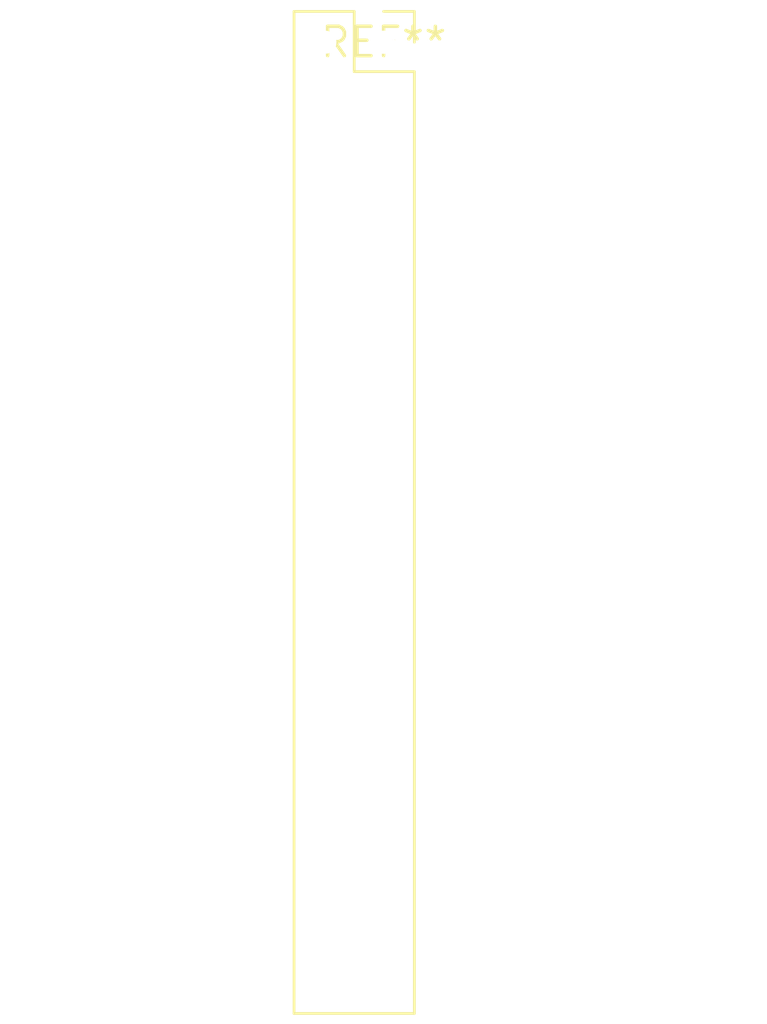
<source format=kicad_pcb>
(kicad_pcb (version 20240108) (generator pcbnew)
  (layers (0 "F.Cu" signal) (31 "B.Cu" signal) (34 "B.Paste" user) (35 "F.Paste" user) (36 "B.SilkS" user "B.Silkscreen") (37 "F.SilkS" user "F.Silkscreen") (38 "B.Mask" user) (39 "F.Mask" user) (44 "Edge.Cuts" user))
  (net 0 "")
  (footprint "PinSocket_2x17_P2.54mm_Vertical" (layer "F.Cu") (at 0 0)
    (property "Reference" "REF**")
    (property "Value" "PinSocket_2x17_P2.54mm_Vertical")
    (fp_line (start -3.87 -1.33) (end -3.87 41.97) (layer "F.SilkS") (stroke (width 0.12)))
    (fp_line (start -3.87 -1.33) (end -1.27 -1.33) (layer "F.SilkS") (stroke (width 0.12)))
    (fp_line (start -3.87 41.97) (end 1.33 41.97) (layer "F.SilkS") (stroke (width 0.12)))
    (fp_line (start -1.27 -1.33) (end -1.27 1.27) (layer "F.SilkS") (stroke (width 0.12)))
    (fp_line (start -1.27 1.27) (end 1.33 1.27) (layer "F.SilkS") (stroke (width 0.12)))
    (fp_line (start 0 -1.33) (end 1.33 -1.33) (layer "F.SilkS") (stroke (width 0.12)))
    (fp_line (start 1.33 -1.33) (end 1.33 0) (layer "F.SilkS") (stroke (width 0.12)))
    (fp_line (start 1.33 1.27) (end 1.33 41.97) (layer "F.SilkS") (stroke (width 0.12)))
    (pad "1" thru_hole rect (at 0 0) (size 1.7 1.7) (drill 1) (layers *.Cu *.Mask) (remove_unused_layers))
    (pad "2" thru_hole oval (at -2.54 0) (size 1.7 1.7) (drill 1) (layers *.Cu *.Mask) (remove_unused_layers))
    (pad "3" thru_hole oval (at 0 2.54) (size 1.7 1.7) (drill 1) (layers *.Cu *.Mask) (remove_unused_layers))
    (pad "4" thru_hole oval (at -2.54 2.54) (size 1.7 1.7) (drill 1) (layers *.Cu *.Mask) (remove_unused_layers))
    (pad "5" thru_hole oval (at 0 5.08) (size 1.7 1.7) (drill 1) (layers *.Cu *.Mask) (remove_unused_layers))
    (pad "6" thru_hole oval (at -2.54 5.08) (size 1.7 1.7) (drill 1) (layers *.Cu *.Mask) (remove_unused_layers))
    (pad "7" thru_hole oval (at 0 7.62) (size 1.7 1.7) (drill 1) (layers *.Cu *.Mask) (remove_unused_layers))
    (pad "8" thru_hole oval (at -2.54 7.62) (size 1.7 1.7) (drill 1) (layers *.Cu *.Mask) (remove_unused_layers))
    (pad "9" thru_hole oval (at 0 10.16) (size 1.7 1.7) (drill 1) (layers *.Cu *.Mask) (remove_unused_layers))
    (pad "10" thru_hole oval (at -2.54 10.16) (size 1.7 1.7) (drill 1) (layers *.Cu *.Mask) (remove_unused_layers))
    (pad "11" thru_hole oval (at 0 12.7) (size 1.7 1.7) (drill 1) (layers *.Cu *.Mask) (remove_unused_layers))
    (pad "12" thru_hole oval (at -2.54 12.7) (size 1.7 1.7) (drill 1) (layers *.Cu *.Mask) (remove_unused_layers))
    (pad "13" thru_hole oval (at 0 15.24) (size 1.7 1.7) (drill 1) (layers *.Cu *.Mask) (remove_unused_layers))
    (pad "14" thru_hole oval (at -2.54 15.24) (size 1.7 1.7) (drill 1) (layers *.Cu *.Mask) (remove_unused_layers))
    (pad "15" thru_hole oval (at 0 17.78) (size 1.7 1.7) (drill 1) (layers *.Cu *.Mask) (remove_unused_layers))
    (pad "16" thru_hole oval (at -2.54 17.78) (size 1.7 1.7) (drill 1) (layers *.Cu *.Mask) (remove_unused_layers))
    (pad "17" thru_hole oval (at 0 20.32) (size 1.7 1.7) (drill 1) (layers *.Cu *.Mask) (remove_unused_layers))
    (pad "18" thru_hole oval (at -2.54 20.32) (size 1.7 1.7) (drill 1) (layers *.Cu *.Mask) (remove_unused_layers))
    (pad "19" thru_hole oval (at 0 22.86) (size 1.7 1.7) (drill 1) (layers *.Cu *.Mask) (remove_unused_layers))
    (pad "20" thru_hole oval (at -2.54 22.86) (size 1.7 1.7) (drill 1) (layers *.Cu *.Mask) (remove_unused_layers))
    (pad "21" thru_hole oval (at 0 25.4) (size 1.7 1.7) (drill 1) (layers *.Cu *.Mask) (remove_unused_layers))
    (pad "22" thru_hole oval (at -2.54 25.4) (size 1.7 1.7) (drill 1) (layers *.Cu *.Mask) (remove_unused_layers))
    (pad "23" thru_hole oval (at 0 27.94) (size 1.7 1.7) (drill 1) (layers *.Cu *.Mask) (remove_unused_layers))
    (pad "24" thru_hole oval (at -2.54 27.94) (size 1.7 1.7) (drill 1) (layers *.Cu *.Mask) (remove_unused_layers))
    (pad "25" thru_hole oval (at 0 30.48) (size 1.7 1.7) (drill 1) (layers *.Cu *.Mask) (remove_unused_layers))
    (pad "26" thru_hole oval (at -2.54 30.48) (size 1.7 1.7) (drill 1) (layers *.Cu *.Mask) (remove_unused_layers))
    (pad "27" thru_hole oval (at 0 33.02) (size 1.7 1.7) (drill 1) (layers *.Cu *.Mask) (remove_unused_layers))
    (pad "28" thru_hole oval (at -2.54 33.02) (size 1.7 1.7) (drill 1) (layers *.Cu *.Mask) (remove_unused_layers))
    (pad "29" thru_hole oval (at 0 35.56) (size 1.7 1.7) (drill 1) (layers *.Cu *.Mask) (remove_unused_layers))
    (pad "30" thru_hole oval (at -2.54 35.56) (size 1.7 1.7) (drill 1) (layers *.Cu *.Mask) (remove_unused_layers))
    (pad "31" thru_hole oval (at 0 38.1) (size 1.7 1.7) (drill 1) (layers *.Cu *.Mask) (remove_unused_layers))
    (pad "32" thru_hole oval (at -2.54 38.1) (size 1.7 1.7) (drill 1) (layers *.Cu *.Mask) (remove_unused_layers))
    (pad "33" thru_hole oval (at 0 40.64) (size 1.7 1.7) (drill 1) (layers *.Cu *.Mask) (remove_unused_layers))
    (pad "34" thru_hole oval (at -2.54 40.64) (size 1.7 1.7) (drill 1) (layers *.Cu *.Mask) (remove_unused_layers))
  )
)
</source>
